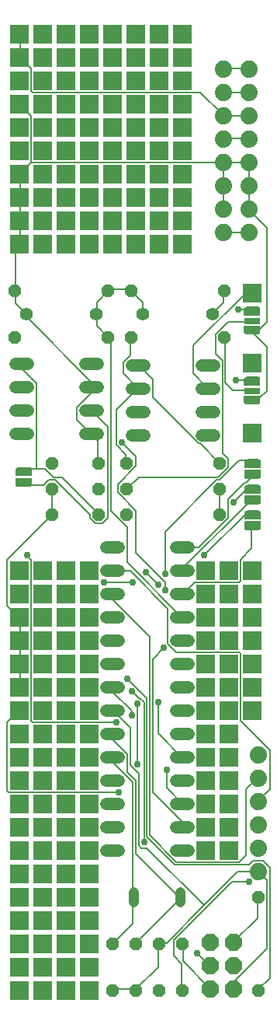
<source format=gtl>
G04 EAGLE Gerber RS-274X export*
G75*
%MOMM*%
%FSLAX34Y34*%
%LPD*%
%INTop Copper*%
%IPPOS*%
%AMOC8*
5,1,8,0,0,1.08239X$1,22.5*%
G01*
%ADD10R,2.032000X2.032000*%
%ADD11C,1.320800*%
%ADD12P,1.429621X8X292.500000*%
%ADD13P,1.429621X8X112.500000*%
%ADD14P,2.034460X8X292.500000*%
%ADD15C,1.117600*%
%ADD16C,1.879600*%
%ADD17P,1.429621X8X202.500000*%
%ADD18P,1.429621X8X22.500000*%
%ADD19C,0.030478*%
%ADD20C,1.408000*%
%ADD21R,1.676400X0.762000*%
%ADD22C,0.152400*%
%ADD23C,0.756400*%

G36*
X285785Y577222D02*
X285785Y577222D01*
X285833Y577221D01*
X286490Y577308D01*
X286533Y577321D01*
X286650Y577351D01*
X287263Y577604D01*
X287300Y577629D01*
X287406Y577687D01*
X287932Y578091D01*
X287962Y578124D01*
X288049Y578208D01*
X288453Y578734D01*
X288474Y578774D01*
X288476Y578777D01*
X288504Y578812D01*
X288514Y578840D01*
X288536Y578877D01*
X288789Y579490D01*
X288799Y579534D01*
X288832Y579650D01*
X288919Y580307D01*
X288917Y580343D01*
X288924Y580390D01*
X288924Y586232D01*
X288913Y586297D01*
X288911Y586363D01*
X288893Y586406D01*
X288885Y586453D01*
X288851Y586510D01*
X288826Y586570D01*
X288795Y586605D01*
X288770Y586646D01*
X288719Y586688D01*
X288675Y586736D01*
X288633Y586758D01*
X288596Y586787D01*
X288534Y586808D01*
X288475Y586839D01*
X288421Y586847D01*
X288384Y586859D01*
X288344Y586858D01*
X288290Y586866D01*
X271780Y586866D01*
X271715Y586855D01*
X271649Y586853D01*
X271606Y586835D01*
X271559Y586827D01*
X271502Y586793D01*
X271442Y586768D01*
X271407Y586737D01*
X271366Y586712D01*
X271325Y586661D01*
X271276Y586617D01*
X271254Y586575D01*
X271225Y586538D01*
X271204Y586476D01*
X271173Y586417D01*
X271165Y586363D01*
X271153Y586326D01*
X271154Y586286D01*
X271146Y586232D01*
X271146Y579120D01*
X271153Y579079D01*
X271154Y579021D01*
X271216Y578628D01*
X271218Y578623D01*
X271218Y578617D01*
X271277Y578440D01*
X271457Y578086D01*
X271461Y578081D01*
X271463Y578076D01*
X271574Y577925D01*
X271855Y577644D01*
X271860Y577641D01*
X271863Y577636D01*
X272016Y577527D01*
X272370Y577347D01*
X272375Y577345D01*
X272380Y577342D01*
X272558Y577286D01*
X272951Y577224D01*
X272992Y577224D01*
X273050Y577216D01*
X285750Y577216D01*
X285785Y577222D01*
G37*
G36*
X285785Y549282D02*
X285785Y549282D01*
X285833Y549281D01*
X286490Y549368D01*
X286533Y549381D01*
X286650Y549411D01*
X287263Y549664D01*
X287300Y549689D01*
X287406Y549747D01*
X287932Y550151D01*
X287962Y550184D01*
X288049Y550268D01*
X288453Y550794D01*
X288474Y550834D01*
X288476Y550837D01*
X288504Y550872D01*
X288514Y550900D01*
X288536Y550937D01*
X288789Y551550D01*
X288799Y551594D01*
X288832Y551710D01*
X288919Y552367D01*
X288917Y552403D01*
X288924Y552450D01*
X288924Y558292D01*
X288913Y558357D01*
X288911Y558423D01*
X288893Y558466D01*
X288885Y558513D01*
X288851Y558570D01*
X288826Y558630D01*
X288795Y558665D01*
X288770Y558706D01*
X288719Y558748D01*
X288675Y558796D01*
X288633Y558818D01*
X288596Y558847D01*
X288534Y558868D01*
X288475Y558899D01*
X288421Y558907D01*
X288384Y558919D01*
X288344Y558918D01*
X288290Y558926D01*
X271780Y558926D01*
X271715Y558915D01*
X271649Y558913D01*
X271606Y558895D01*
X271559Y558887D01*
X271502Y558853D01*
X271442Y558828D01*
X271407Y558797D01*
X271366Y558772D01*
X271325Y558721D01*
X271276Y558677D01*
X271254Y558635D01*
X271225Y558598D01*
X271204Y558536D01*
X271173Y558477D01*
X271165Y558423D01*
X271153Y558386D01*
X271154Y558346D01*
X271146Y558292D01*
X271146Y551180D01*
X271153Y551139D01*
X271154Y551081D01*
X271216Y550688D01*
X271218Y550683D01*
X271218Y550677D01*
X271277Y550500D01*
X271457Y550146D01*
X271461Y550141D01*
X271463Y550136D01*
X271574Y549985D01*
X271855Y549704D01*
X271860Y549701D01*
X271863Y549696D01*
X272016Y549587D01*
X272370Y549407D01*
X272375Y549405D01*
X272380Y549402D01*
X272558Y549346D01*
X272951Y549284D01*
X272992Y549284D01*
X273050Y549276D01*
X285750Y549276D01*
X285785Y549282D01*
G37*
G36*
X285785Y521342D02*
X285785Y521342D01*
X285833Y521341D01*
X286490Y521428D01*
X286533Y521441D01*
X286650Y521471D01*
X287263Y521724D01*
X287300Y521749D01*
X287406Y521807D01*
X287932Y522211D01*
X287962Y522244D01*
X288049Y522328D01*
X288453Y522854D01*
X288474Y522894D01*
X288476Y522897D01*
X288504Y522932D01*
X288514Y522960D01*
X288536Y522997D01*
X288789Y523610D01*
X288799Y523654D01*
X288832Y523770D01*
X288919Y524427D01*
X288917Y524463D01*
X288924Y524510D01*
X288924Y530352D01*
X288913Y530417D01*
X288911Y530483D01*
X288893Y530526D01*
X288885Y530573D01*
X288851Y530630D01*
X288826Y530690D01*
X288795Y530725D01*
X288770Y530766D01*
X288719Y530808D01*
X288675Y530856D01*
X288633Y530878D01*
X288596Y530907D01*
X288534Y530928D01*
X288475Y530959D01*
X288421Y530967D01*
X288384Y530979D01*
X288344Y530978D01*
X288290Y530986D01*
X271780Y530986D01*
X271715Y530975D01*
X271649Y530973D01*
X271606Y530955D01*
X271559Y530947D01*
X271502Y530913D01*
X271442Y530888D01*
X271407Y530857D01*
X271366Y530832D01*
X271325Y530781D01*
X271276Y530737D01*
X271254Y530695D01*
X271225Y530658D01*
X271204Y530596D01*
X271173Y530537D01*
X271165Y530483D01*
X271153Y530446D01*
X271154Y530406D01*
X271146Y530352D01*
X271146Y523240D01*
X271153Y523199D01*
X271154Y523141D01*
X271216Y522748D01*
X271218Y522743D01*
X271218Y522737D01*
X271277Y522560D01*
X271457Y522206D01*
X271461Y522201D01*
X271463Y522196D01*
X271574Y522045D01*
X271855Y521764D01*
X271860Y521761D01*
X271863Y521756D01*
X272016Y521647D01*
X272370Y521467D01*
X272375Y521465D01*
X272380Y521462D01*
X272558Y521406D01*
X272951Y521344D01*
X272992Y521344D01*
X273050Y521336D01*
X285750Y521336D01*
X285785Y521342D01*
G37*
G36*
X287593Y755027D02*
X287593Y755027D01*
X287659Y755029D01*
X287702Y755047D01*
X287749Y755055D01*
X287806Y755089D01*
X287866Y755114D01*
X287901Y755145D01*
X287942Y755170D01*
X287984Y755221D01*
X288032Y755265D01*
X288054Y755307D01*
X288083Y755344D01*
X288104Y755406D01*
X288135Y755465D01*
X288143Y755519D01*
X288155Y755556D01*
X288154Y755596D01*
X288162Y755650D01*
X288162Y762762D01*
X288155Y762803D01*
X288154Y762861D01*
X288092Y763254D01*
X288090Y763259D01*
X288090Y763265D01*
X288031Y763442D01*
X287851Y763796D01*
X287847Y763801D01*
X287845Y763806D01*
X287734Y763957D01*
X287453Y764238D01*
X287448Y764241D01*
X287445Y764246D01*
X287292Y764355D01*
X286938Y764535D01*
X286933Y764537D01*
X286928Y764540D01*
X286750Y764596D01*
X286357Y764658D01*
X286316Y764658D01*
X286258Y764666D01*
X273558Y764666D01*
X273523Y764660D01*
X273475Y764661D01*
X272818Y764574D01*
X272775Y764561D01*
X272658Y764531D01*
X272045Y764278D01*
X272008Y764254D01*
X271902Y764195D01*
X271376Y763791D01*
X271346Y763758D01*
X271331Y763744D01*
X271327Y763741D01*
X271322Y763736D01*
X271259Y763674D01*
X270855Y763148D01*
X270834Y763108D01*
X270772Y763005D01*
X270519Y762392D01*
X270509Y762348D01*
X270476Y762232D01*
X270389Y761575D01*
X270391Y761540D01*
X270384Y761492D01*
X270384Y755650D01*
X270395Y755585D01*
X270397Y755519D01*
X270415Y755476D01*
X270423Y755429D01*
X270457Y755372D01*
X270482Y755312D01*
X270513Y755277D01*
X270538Y755236D01*
X270589Y755195D01*
X270633Y755146D01*
X270675Y755124D01*
X270712Y755095D01*
X270774Y755074D01*
X270833Y755043D01*
X270887Y755035D01*
X270924Y755023D01*
X270964Y755024D01*
X271018Y755016D01*
X287528Y755016D01*
X287593Y755027D01*
G37*
G36*
X287593Y678827D02*
X287593Y678827D01*
X287659Y678829D01*
X287702Y678847D01*
X287749Y678855D01*
X287806Y678889D01*
X287866Y678914D01*
X287901Y678945D01*
X287942Y678970D01*
X287984Y679021D01*
X288032Y679065D01*
X288054Y679107D01*
X288083Y679144D01*
X288104Y679206D01*
X288135Y679265D01*
X288143Y679319D01*
X288155Y679356D01*
X288154Y679396D01*
X288162Y679450D01*
X288162Y686562D01*
X288155Y686603D01*
X288154Y686661D01*
X288092Y687054D01*
X288090Y687059D01*
X288090Y687065D01*
X288031Y687242D01*
X287851Y687596D01*
X287847Y687601D01*
X287845Y687606D01*
X287734Y687757D01*
X287453Y688038D01*
X287448Y688041D01*
X287445Y688046D01*
X287292Y688155D01*
X286938Y688335D01*
X286933Y688337D01*
X286928Y688340D01*
X286750Y688396D01*
X286357Y688458D01*
X286316Y688458D01*
X286258Y688466D01*
X273558Y688466D01*
X273523Y688460D01*
X273475Y688461D01*
X272818Y688374D01*
X272775Y688361D01*
X272658Y688331D01*
X272045Y688078D01*
X272008Y688054D01*
X271902Y687995D01*
X271376Y687591D01*
X271346Y687558D01*
X271331Y687544D01*
X271327Y687541D01*
X271322Y687536D01*
X271259Y687474D01*
X270855Y686948D01*
X270834Y686908D01*
X270772Y686805D01*
X270519Y686192D01*
X270509Y686148D01*
X270476Y686032D01*
X270389Y685375D01*
X270391Y685340D01*
X270384Y685292D01*
X270384Y679450D01*
X270395Y679385D01*
X270397Y679319D01*
X270415Y679276D01*
X270423Y679229D01*
X270457Y679172D01*
X270482Y679112D01*
X270513Y679077D01*
X270538Y679036D01*
X270589Y678995D01*
X270633Y678946D01*
X270675Y678924D01*
X270712Y678895D01*
X270774Y678874D01*
X270833Y678843D01*
X270887Y678835D01*
X270924Y678823D01*
X270964Y678824D01*
X271018Y678816D01*
X287528Y678816D01*
X287593Y678827D01*
G37*
G36*
X38165Y580275D02*
X38165Y580275D01*
X38231Y580277D01*
X38274Y580295D01*
X38321Y580303D01*
X38378Y580337D01*
X38438Y580362D01*
X38473Y580393D01*
X38514Y580418D01*
X38556Y580469D01*
X38604Y580513D01*
X38626Y580555D01*
X38655Y580592D01*
X38676Y580654D01*
X38707Y580713D01*
X38715Y580767D01*
X38727Y580804D01*
X38726Y580844D01*
X38734Y580898D01*
X38734Y588010D01*
X38727Y588051D01*
X38726Y588109D01*
X38664Y588502D01*
X38662Y588507D01*
X38662Y588513D01*
X38603Y588690D01*
X38423Y589044D01*
X38419Y589049D01*
X38417Y589054D01*
X38306Y589205D01*
X38025Y589486D01*
X38020Y589489D01*
X38017Y589494D01*
X37864Y589603D01*
X37510Y589783D01*
X37505Y589785D01*
X37500Y589788D01*
X37322Y589844D01*
X36929Y589906D01*
X36888Y589906D01*
X36830Y589914D01*
X24130Y589914D01*
X24095Y589908D01*
X24047Y589909D01*
X23390Y589822D01*
X23347Y589809D01*
X23230Y589779D01*
X22617Y589526D01*
X22580Y589502D01*
X22474Y589443D01*
X21948Y589039D01*
X21918Y589006D01*
X21903Y588992D01*
X21899Y588989D01*
X21894Y588984D01*
X21831Y588922D01*
X21427Y588396D01*
X21406Y588356D01*
X21344Y588253D01*
X21091Y587640D01*
X21081Y587596D01*
X21048Y587480D01*
X20961Y586823D01*
X20963Y586788D01*
X20956Y586740D01*
X20956Y580898D01*
X20967Y580833D01*
X20969Y580767D01*
X20987Y580724D01*
X20995Y580677D01*
X21029Y580620D01*
X21054Y580560D01*
X21085Y580525D01*
X21110Y580484D01*
X21161Y580443D01*
X21205Y580394D01*
X21247Y580372D01*
X21284Y580343D01*
X21346Y580322D01*
X21405Y580291D01*
X21459Y580283D01*
X21496Y580271D01*
X21536Y580272D01*
X21590Y580264D01*
X38100Y580264D01*
X38165Y580275D01*
G37*
G36*
X285023Y734194D02*
X285023Y734194D01*
X285071Y734193D01*
X285728Y734280D01*
X285771Y734293D01*
X285888Y734323D01*
X286501Y734576D01*
X286538Y734601D01*
X286644Y734659D01*
X287170Y735063D01*
X287200Y735096D01*
X287287Y735180D01*
X287691Y735706D01*
X287712Y735746D01*
X287714Y735749D01*
X287742Y735784D01*
X287751Y735812D01*
X287774Y735849D01*
X288027Y736462D01*
X288037Y736506D01*
X288070Y736622D01*
X288157Y737279D01*
X288155Y737315D01*
X288162Y737362D01*
X288162Y743204D01*
X288151Y743269D01*
X288149Y743335D01*
X288131Y743378D01*
X288123Y743425D01*
X288089Y743482D01*
X288064Y743542D01*
X288033Y743577D01*
X288008Y743618D01*
X287957Y743660D01*
X287913Y743708D01*
X287871Y743730D01*
X287834Y743759D01*
X287772Y743780D01*
X287713Y743811D01*
X287659Y743819D01*
X287622Y743831D01*
X287582Y743830D01*
X287528Y743838D01*
X271018Y743838D01*
X270953Y743827D01*
X270887Y743825D01*
X270844Y743807D01*
X270797Y743799D01*
X270740Y743765D01*
X270680Y743740D01*
X270645Y743709D01*
X270604Y743684D01*
X270563Y743633D01*
X270514Y743589D01*
X270492Y743547D01*
X270463Y743510D01*
X270442Y743448D01*
X270411Y743389D01*
X270403Y743335D01*
X270391Y743298D01*
X270392Y743258D01*
X270384Y743204D01*
X270384Y737362D01*
X270390Y737327D01*
X270389Y737279D01*
X270476Y736622D01*
X270481Y736606D01*
X270481Y736594D01*
X270493Y736566D01*
X270519Y736462D01*
X270772Y735849D01*
X270797Y735812D01*
X270805Y735796D01*
X270823Y735752D01*
X270840Y735734D01*
X270855Y735706D01*
X271259Y735180D01*
X271292Y735150D01*
X271376Y735063D01*
X271520Y734952D01*
X271902Y734659D01*
X271942Y734638D01*
X272045Y734576D01*
X272658Y734323D01*
X272702Y734313D01*
X272818Y734280D01*
X273475Y734193D01*
X273511Y734195D01*
X273558Y734188D01*
X284988Y734188D01*
X285023Y734194D01*
G37*
G36*
X285023Y657994D02*
X285023Y657994D01*
X285071Y657993D01*
X285728Y658080D01*
X285771Y658093D01*
X285888Y658123D01*
X286501Y658376D01*
X286538Y658401D01*
X286644Y658459D01*
X287170Y658863D01*
X287200Y658896D01*
X287287Y658980D01*
X287691Y659506D01*
X287712Y659546D01*
X287714Y659549D01*
X287742Y659584D01*
X287751Y659612D01*
X287774Y659649D01*
X288027Y660262D01*
X288037Y660306D01*
X288070Y660422D01*
X288157Y661079D01*
X288155Y661115D01*
X288162Y661162D01*
X288162Y667004D01*
X288151Y667069D01*
X288149Y667135D01*
X288131Y667178D01*
X288123Y667225D01*
X288089Y667282D01*
X288064Y667342D01*
X288033Y667377D01*
X288008Y667418D01*
X287957Y667460D01*
X287913Y667508D01*
X287871Y667530D01*
X287834Y667559D01*
X287772Y667580D01*
X287713Y667611D01*
X287659Y667619D01*
X287622Y667631D01*
X287582Y667630D01*
X287528Y667638D01*
X271018Y667638D01*
X270953Y667627D01*
X270887Y667625D01*
X270844Y667607D01*
X270797Y667599D01*
X270740Y667565D01*
X270680Y667540D01*
X270645Y667509D01*
X270604Y667484D01*
X270563Y667433D01*
X270514Y667389D01*
X270492Y667347D01*
X270463Y667310D01*
X270442Y667248D01*
X270411Y667189D01*
X270403Y667135D01*
X270391Y667098D01*
X270392Y667058D01*
X270384Y667004D01*
X270384Y661162D01*
X270390Y661127D01*
X270389Y661079D01*
X270476Y660422D01*
X270481Y660406D01*
X270481Y660394D01*
X270493Y660366D01*
X270519Y660262D01*
X270772Y659649D01*
X270797Y659612D01*
X270805Y659596D01*
X270823Y659552D01*
X270840Y659534D01*
X270855Y659506D01*
X271259Y658980D01*
X271292Y658950D01*
X271376Y658863D01*
X271520Y658752D01*
X271902Y658459D01*
X271942Y658438D01*
X272045Y658376D01*
X272658Y658123D01*
X272702Y658113D01*
X272818Y658080D01*
X273475Y657993D01*
X273511Y657995D01*
X273558Y657988D01*
X284988Y657988D01*
X285023Y657994D01*
G37*
G36*
X35595Y568332D02*
X35595Y568332D01*
X35643Y568331D01*
X36300Y568418D01*
X36343Y568431D01*
X36460Y568461D01*
X37073Y568714D01*
X37110Y568739D01*
X37216Y568797D01*
X37742Y569201D01*
X37772Y569234D01*
X37859Y569318D01*
X38263Y569844D01*
X38284Y569884D01*
X38286Y569887D01*
X38314Y569922D01*
X38323Y569950D01*
X38346Y569987D01*
X38599Y570600D01*
X38609Y570644D01*
X38642Y570760D01*
X38729Y571417D01*
X38727Y571453D01*
X38734Y571500D01*
X38734Y577342D01*
X38723Y577407D01*
X38721Y577473D01*
X38703Y577516D01*
X38695Y577563D01*
X38661Y577620D01*
X38636Y577680D01*
X38605Y577715D01*
X38580Y577756D01*
X38529Y577798D01*
X38485Y577846D01*
X38443Y577868D01*
X38406Y577897D01*
X38344Y577918D01*
X38285Y577949D01*
X38231Y577957D01*
X38194Y577969D01*
X38154Y577968D01*
X38100Y577976D01*
X21590Y577976D01*
X21525Y577965D01*
X21459Y577963D01*
X21416Y577945D01*
X21369Y577937D01*
X21312Y577903D01*
X21252Y577878D01*
X21217Y577847D01*
X21176Y577822D01*
X21135Y577771D01*
X21086Y577727D01*
X21064Y577685D01*
X21035Y577648D01*
X21014Y577586D01*
X20983Y577527D01*
X20975Y577473D01*
X20963Y577436D01*
X20964Y577396D01*
X20956Y577342D01*
X20956Y571500D01*
X20962Y571465D01*
X20961Y571417D01*
X21048Y570760D01*
X21053Y570744D01*
X21053Y570732D01*
X21065Y570704D01*
X21091Y570600D01*
X21344Y569987D01*
X21369Y569950D01*
X21377Y569934D01*
X21395Y569890D01*
X21412Y569872D01*
X21427Y569844D01*
X21831Y569318D01*
X21864Y569288D01*
X21948Y569201D01*
X22092Y569090D01*
X22474Y568797D01*
X22514Y568776D01*
X22617Y568714D01*
X23230Y568461D01*
X23274Y568451D01*
X23390Y568418D01*
X24047Y568331D01*
X24083Y568333D01*
X24130Y568326D01*
X35560Y568326D01*
X35595Y568332D01*
G37*
G36*
X288355Y589165D02*
X288355Y589165D01*
X288421Y589167D01*
X288464Y589185D01*
X288511Y589193D01*
X288568Y589227D01*
X288628Y589252D01*
X288663Y589283D01*
X288704Y589308D01*
X288746Y589359D01*
X288794Y589403D01*
X288816Y589445D01*
X288845Y589482D01*
X288866Y589544D01*
X288897Y589603D01*
X288905Y589657D01*
X288917Y589694D01*
X288916Y589734D01*
X288924Y589788D01*
X288924Y595630D01*
X288918Y595665D01*
X288919Y595713D01*
X288832Y596370D01*
X288819Y596413D01*
X288789Y596530D01*
X288536Y597143D01*
X288512Y597180D01*
X288453Y597286D01*
X288049Y597812D01*
X288016Y597842D01*
X287932Y597929D01*
X287406Y598333D01*
X287366Y598354D01*
X287263Y598416D01*
X286650Y598669D01*
X286606Y598679D01*
X286490Y598712D01*
X285833Y598799D01*
X285798Y598797D01*
X285750Y598804D01*
X274320Y598804D01*
X274285Y598798D01*
X274237Y598799D01*
X273580Y598712D01*
X273537Y598699D01*
X273420Y598669D01*
X272807Y598416D01*
X272770Y598392D01*
X272664Y598333D01*
X272138Y597929D01*
X272108Y597896D01*
X272093Y597881D01*
X272089Y597879D01*
X272084Y597874D01*
X272021Y597812D01*
X271617Y597286D01*
X271596Y597246D01*
X271534Y597143D01*
X271281Y596530D01*
X271271Y596486D01*
X271238Y596370D01*
X271151Y595713D01*
X271153Y595678D01*
X271146Y595630D01*
X271146Y589788D01*
X271157Y589723D01*
X271159Y589657D01*
X271177Y589614D01*
X271185Y589567D01*
X271219Y589510D01*
X271244Y589450D01*
X271275Y589415D01*
X271300Y589374D01*
X271351Y589333D01*
X271395Y589284D01*
X271437Y589262D01*
X271474Y589233D01*
X271536Y589212D01*
X271595Y589181D01*
X271649Y589173D01*
X271686Y589161D01*
X271726Y589162D01*
X271780Y589154D01*
X288290Y589154D01*
X288355Y589165D01*
G37*
G36*
X288355Y561225D02*
X288355Y561225D01*
X288421Y561227D01*
X288464Y561245D01*
X288511Y561253D01*
X288568Y561287D01*
X288628Y561312D01*
X288663Y561343D01*
X288704Y561368D01*
X288746Y561419D01*
X288794Y561463D01*
X288816Y561505D01*
X288845Y561542D01*
X288866Y561604D01*
X288897Y561663D01*
X288905Y561717D01*
X288917Y561754D01*
X288916Y561794D01*
X288924Y561848D01*
X288924Y567690D01*
X288918Y567725D01*
X288919Y567773D01*
X288832Y568430D01*
X288819Y568473D01*
X288789Y568590D01*
X288536Y569203D01*
X288512Y569240D01*
X288453Y569346D01*
X288049Y569872D01*
X288016Y569902D01*
X287932Y569989D01*
X287406Y570393D01*
X287366Y570414D01*
X287263Y570476D01*
X286650Y570729D01*
X286606Y570739D01*
X286490Y570772D01*
X285833Y570859D01*
X285798Y570857D01*
X285750Y570864D01*
X274320Y570864D01*
X274285Y570858D01*
X274237Y570859D01*
X273580Y570772D01*
X273537Y570759D01*
X273420Y570729D01*
X272807Y570476D01*
X272770Y570452D01*
X272664Y570393D01*
X272138Y569989D01*
X272108Y569956D01*
X272093Y569941D01*
X272089Y569939D01*
X272084Y569934D01*
X272021Y569872D01*
X271617Y569346D01*
X271596Y569306D01*
X271534Y569203D01*
X271281Y568590D01*
X271271Y568546D01*
X271238Y568430D01*
X271151Y567773D01*
X271153Y567738D01*
X271146Y567690D01*
X271146Y561848D01*
X271157Y561783D01*
X271159Y561717D01*
X271177Y561674D01*
X271185Y561627D01*
X271219Y561570D01*
X271244Y561510D01*
X271275Y561475D01*
X271300Y561434D01*
X271351Y561393D01*
X271395Y561344D01*
X271437Y561322D01*
X271474Y561293D01*
X271536Y561272D01*
X271595Y561241D01*
X271649Y561233D01*
X271686Y561221D01*
X271726Y561222D01*
X271780Y561214D01*
X288290Y561214D01*
X288355Y561225D01*
G37*
G36*
X288355Y533285D02*
X288355Y533285D01*
X288421Y533287D01*
X288464Y533305D01*
X288511Y533313D01*
X288568Y533347D01*
X288628Y533372D01*
X288663Y533403D01*
X288704Y533428D01*
X288746Y533479D01*
X288794Y533523D01*
X288816Y533565D01*
X288845Y533602D01*
X288866Y533664D01*
X288897Y533723D01*
X288905Y533777D01*
X288917Y533814D01*
X288916Y533854D01*
X288924Y533908D01*
X288924Y539750D01*
X288918Y539785D01*
X288919Y539833D01*
X288832Y540490D01*
X288819Y540533D01*
X288789Y540650D01*
X288536Y541263D01*
X288512Y541300D01*
X288453Y541406D01*
X288049Y541932D01*
X288016Y541962D01*
X287932Y542049D01*
X287406Y542453D01*
X287366Y542474D01*
X287263Y542536D01*
X286650Y542789D01*
X286606Y542799D01*
X286490Y542832D01*
X285833Y542919D01*
X285798Y542917D01*
X285750Y542924D01*
X274320Y542924D01*
X274285Y542918D01*
X274237Y542919D01*
X273580Y542832D01*
X273537Y542819D01*
X273420Y542789D01*
X272807Y542536D01*
X272770Y542512D01*
X272664Y542453D01*
X272138Y542049D01*
X272108Y542016D01*
X272093Y542001D01*
X272089Y541999D01*
X272084Y541994D01*
X272021Y541932D01*
X271617Y541406D01*
X271596Y541366D01*
X271534Y541263D01*
X271281Y540650D01*
X271271Y540606D01*
X271238Y540490D01*
X271151Y539833D01*
X271153Y539798D01*
X271146Y539750D01*
X271146Y533908D01*
X271157Y533843D01*
X271159Y533777D01*
X271177Y533734D01*
X271185Y533687D01*
X271219Y533630D01*
X271244Y533570D01*
X271275Y533535D01*
X271300Y533494D01*
X271351Y533453D01*
X271395Y533404D01*
X271437Y533382D01*
X271474Y533353D01*
X271536Y533332D01*
X271595Y533301D01*
X271649Y533293D01*
X271686Y533281D01*
X271726Y533282D01*
X271780Y533274D01*
X288290Y533274D01*
X288355Y533285D01*
G37*
D10*
X25400Y350520D03*
X25400Y325120D03*
X25400Y299720D03*
X25400Y274320D03*
X25400Y248920D03*
X25400Y223520D03*
X25400Y198120D03*
X25400Y172720D03*
X25400Y147320D03*
X25400Y121920D03*
X25400Y96520D03*
X25400Y71120D03*
X25400Y45720D03*
X25400Y20320D03*
X25400Y909320D03*
X25400Y426720D03*
X25400Y883920D03*
X25400Y858520D03*
X25400Y833120D03*
X25400Y401320D03*
X25400Y375920D03*
D11*
X120396Y502920D02*
X133604Y502920D01*
X133604Y477520D02*
X120396Y477520D01*
X120396Y452120D02*
X133604Y452120D01*
X133604Y426720D02*
X120396Y426720D01*
X120396Y401320D02*
X133604Y401320D01*
X133604Y375920D02*
X120396Y375920D01*
X120396Y350520D02*
X133604Y350520D01*
X133604Y325120D02*
X120396Y325120D01*
X120396Y299720D02*
X133604Y299720D01*
X133604Y274320D02*
X120396Y274320D01*
X120396Y248920D02*
X133604Y248920D01*
X133604Y223520D02*
X120396Y223520D01*
X120396Y198120D02*
X133604Y198120D01*
X133604Y172720D02*
X120396Y172720D01*
X196596Y172720D02*
X209804Y172720D01*
X209804Y198120D02*
X196596Y198120D01*
X196596Y223520D02*
X209804Y223520D01*
X209804Y248920D02*
X196596Y248920D01*
X196596Y274320D02*
X209804Y274320D01*
X209804Y299720D02*
X196596Y299720D01*
X196596Y325120D02*
X209804Y325120D01*
X209804Y350520D02*
X196596Y350520D01*
X196596Y375920D02*
X209804Y375920D01*
X209804Y401320D02*
X196596Y401320D01*
X196596Y426720D02*
X209804Y426720D01*
X209804Y452120D02*
X196596Y452120D01*
X196596Y477520D02*
X209804Y477520D01*
X209804Y502920D02*
X196596Y502920D01*
D12*
X285750Y121920D03*
X285750Y20320D03*
D13*
X203200Y20320D03*
X203200Y71120D03*
D14*
X233680Y72390D03*
X259080Y72390D03*
X233680Y46990D03*
X259080Y46990D03*
X233680Y21590D03*
X259080Y21590D03*
D13*
X177800Y20320D03*
X177800Y71120D03*
D15*
X200660Y116332D02*
X200660Y127508D01*
X149860Y127508D02*
X149860Y116332D01*
D12*
X127000Y71120D03*
X127000Y20320D03*
X152400Y71120D03*
X152400Y20320D03*
D16*
X285750Y276860D03*
X285750Y251460D03*
X285750Y226060D03*
X285750Y200660D03*
X285750Y175260D03*
X285750Y149860D03*
D11*
X34544Y702310D02*
X21336Y702310D01*
X21336Y676910D02*
X34544Y676910D01*
X97536Y676910D02*
X110744Y676910D01*
X110744Y702310D02*
X97536Y702310D01*
X34544Y651510D02*
X21336Y651510D01*
X21336Y626110D02*
X34544Y626110D01*
X97536Y651510D02*
X110744Y651510D01*
X110744Y626110D02*
X97536Y626110D01*
D17*
X111760Y538480D03*
X60960Y538480D03*
D11*
X148336Y701040D02*
X161544Y701040D01*
X161544Y675640D02*
X148336Y675640D01*
X224536Y675640D02*
X237744Y675640D01*
X237744Y701040D02*
X224536Y701040D01*
X161544Y650240D02*
X148336Y650240D01*
X148336Y624840D02*
X161544Y624840D01*
X224536Y650240D02*
X237744Y650240D01*
X237744Y624840D02*
X224536Y624840D01*
D17*
X111760Y566420D03*
X60960Y566420D03*
D18*
X142240Y594360D03*
X243840Y594360D03*
X147320Y731520D03*
X248920Y731520D03*
X142240Y566420D03*
X243840Y566420D03*
D16*
X275590Y845820D03*
X247650Y845820D03*
X275590Y871220D03*
X247650Y871220D03*
X275590Y896620D03*
X247650Y896620D03*
X275590Y922020D03*
X247650Y922020D03*
X275590Y947420D03*
X247650Y947420D03*
X275590Y972820D03*
X247650Y972820D03*
X275590Y998220D03*
X247650Y998220D03*
X275590Y1023620D03*
X247650Y1023620D03*
D10*
X279400Y703580D03*
X279400Y779780D03*
X25400Y1061720D03*
X25400Y1036320D03*
D19*
X278028Y597510D02*
X280772Y597510D01*
X280772Y596290D01*
X278028Y596290D01*
X278028Y597510D01*
X278028Y596580D02*
X280772Y596580D01*
X280772Y596870D02*
X278028Y596870D01*
X278028Y597160D02*
X280772Y597160D01*
X280772Y597450D02*
X278028Y597450D01*
X278028Y578510D02*
X280772Y578510D01*
X278028Y578510D02*
X278028Y579730D01*
X280772Y579730D01*
X280772Y578510D01*
X280772Y578800D02*
X278028Y578800D01*
X278028Y579090D02*
X280772Y579090D01*
X280772Y579380D02*
X278028Y579380D01*
X278028Y579670D02*
X280772Y579670D01*
X280772Y569570D02*
X278028Y569570D01*
X280772Y569570D02*
X280772Y568350D01*
X278028Y568350D01*
X278028Y569570D01*
X278028Y568640D02*
X280772Y568640D01*
X280772Y568930D02*
X278028Y568930D01*
X278028Y569220D02*
X280772Y569220D01*
X280772Y569510D02*
X278028Y569510D01*
X278028Y550570D02*
X280772Y550570D01*
X278028Y550570D02*
X278028Y551790D01*
X280772Y551790D01*
X280772Y550570D01*
X280772Y550860D02*
X278028Y550860D01*
X278028Y551150D02*
X280772Y551150D01*
X280772Y551440D02*
X278028Y551440D01*
X278028Y551730D02*
X280772Y551730D01*
X280772Y541630D02*
X278028Y541630D01*
X280772Y541630D02*
X280772Y540410D01*
X278028Y540410D01*
X278028Y541630D01*
X278028Y540700D02*
X280772Y540700D01*
X280772Y540990D02*
X278028Y540990D01*
X278028Y541280D02*
X280772Y541280D01*
X280772Y541570D02*
X278028Y541570D01*
X278028Y522630D02*
X280772Y522630D01*
X278028Y522630D02*
X278028Y523850D01*
X280772Y523850D01*
X280772Y522630D01*
X280772Y522920D02*
X278028Y522920D01*
X278028Y523210D02*
X280772Y523210D01*
X280772Y523500D02*
X278028Y523500D01*
X278028Y523790D02*
X280772Y523790D01*
X31852Y569620D02*
X29108Y569620D01*
X29108Y570840D01*
X31852Y570840D01*
X31852Y569620D01*
X31852Y569910D02*
X29108Y569910D01*
X29108Y570200D02*
X31852Y570200D01*
X31852Y570490D02*
X29108Y570490D01*
X29108Y570780D02*
X31852Y570780D01*
X31852Y588620D02*
X29108Y588620D01*
X31852Y588620D02*
X31852Y587400D01*
X29108Y587400D01*
X29108Y588620D01*
X29108Y587690D02*
X31852Y587690D01*
X31852Y587980D02*
X29108Y587980D01*
X29108Y588270D02*
X31852Y588270D01*
X31852Y588560D02*
X29108Y588560D01*
D18*
X60960Y594360D03*
X111760Y594360D03*
X20320Y731520D03*
X121920Y731520D03*
X20320Y782320D03*
X121920Y782320D03*
X147320Y782320D03*
X248920Y782320D03*
D20*
X33020Y756920D03*
X109220Y756920D03*
X160020Y756920D03*
X236220Y756920D03*
D18*
X142240Y538480D03*
X243840Y538480D03*
D19*
X278536Y659282D02*
X281280Y659282D01*
X278536Y659282D02*
X278536Y660502D01*
X281280Y660502D01*
X281280Y659282D01*
X281280Y659572D02*
X278536Y659572D01*
X278536Y659862D02*
X281280Y659862D01*
X281280Y660152D02*
X278536Y660152D01*
X278536Y660442D02*
X281280Y660442D01*
X281280Y687172D02*
X278536Y687172D01*
X281280Y687172D02*
X281280Y685952D01*
X278536Y685952D01*
X278536Y687172D01*
X278536Y686242D02*
X281280Y686242D01*
X281280Y686532D02*
X278536Y686532D01*
X278536Y686822D02*
X281280Y686822D01*
X281280Y687112D02*
X278536Y687112D01*
D21*
X279400Y673100D03*
D19*
X278536Y735482D02*
X281280Y735482D01*
X278536Y735482D02*
X278536Y736702D01*
X281280Y736702D01*
X281280Y735482D01*
X281280Y735772D02*
X278536Y735772D01*
X278536Y736062D02*
X281280Y736062D01*
X281280Y736352D02*
X278536Y736352D01*
X278536Y736642D02*
X281280Y736642D01*
X281280Y763372D02*
X278536Y763372D01*
X281280Y763372D02*
X281280Y762152D01*
X278536Y762152D01*
X278536Y763372D01*
X278536Y762442D02*
X281280Y762442D01*
X281280Y762732D02*
X278536Y762732D01*
X278536Y763022D02*
X281280Y763022D01*
X281280Y763312D02*
X278536Y763312D01*
D21*
X279400Y749300D03*
D22*
X128016Y350520D02*
X128016Y344424D01*
X147828Y324612D01*
X147828Y320040D01*
X128016Y350520D02*
X127000Y350520D01*
X284988Y121920D02*
X284988Y99060D01*
X259080Y73152D01*
X284988Y121920D02*
X285750Y121920D01*
X259080Y73152D02*
X259080Y72390D01*
X53340Y588264D02*
X44196Y588264D01*
X30480Y588264D01*
X53340Y588264D02*
X62484Y579120D01*
X71628Y579120D01*
X111252Y539496D01*
X30480Y588010D02*
X30480Y588264D01*
X111252Y539496D02*
X111760Y538480D01*
X28956Y696468D02*
X28956Y701040D01*
X28956Y696468D02*
X44196Y681228D01*
X44196Y588264D01*
X28956Y701040D02*
X27940Y702310D01*
X25908Y1036320D02*
X25908Y1060704D01*
X25400Y1061720D01*
X248412Y781812D02*
X248412Y769620D01*
X236220Y757428D01*
X248412Y781812D02*
X248920Y782320D01*
X236220Y757428D02*
X236220Y756920D01*
X248412Y972312D02*
X274320Y972312D01*
X248412Y972312D02*
X247650Y972820D01*
X274320Y972312D02*
X275590Y972820D01*
X38100Y1024128D02*
X25908Y1036320D01*
X38100Y1024128D02*
X38100Y999744D01*
X39624Y998220D01*
X222504Y998220D01*
X246888Y973836D01*
X25908Y1036320D02*
X25400Y1036320D01*
X246888Y973836D02*
X247650Y972820D01*
D23*
X147828Y320040D03*
D22*
X279908Y762000D02*
X279908Y762762D01*
X279908Y762000D02*
X264160Y762000D01*
D23*
X264160Y762000D03*
D22*
X279908Y686562D02*
X277650Y684304D01*
X261620Y684304D01*
D23*
X261620Y684304D03*
D10*
X25400Y985520D03*
D22*
X128016Y21336D02*
X152400Y21336D01*
X128016Y21336D02*
X127000Y20320D01*
X176784Y45720D02*
X176784Y70104D01*
X176784Y45720D02*
X152400Y21336D01*
X176784Y70104D02*
X177800Y71120D01*
X152400Y21336D02*
X152400Y20320D01*
X259080Y21590D02*
X259080Y28956D01*
X295656Y65532D01*
X295656Y140208D01*
X286512Y149352D01*
X285750Y149860D01*
X185928Y71628D02*
X178308Y71628D01*
X227076Y112776D02*
X263652Y149352D01*
X227076Y112776D02*
X185928Y71628D01*
X263652Y149352D02*
X284988Y149352D01*
X178308Y71628D02*
X177800Y71120D01*
X284988Y149352D02*
X285750Y149860D01*
X25908Y350520D02*
X25908Y374904D01*
X25908Y350520D02*
X25400Y350520D01*
X25908Y374904D02*
X25400Y375920D01*
X25908Y402336D02*
X25908Y426720D01*
X25908Y402336D02*
X25400Y401320D01*
X25400Y426720D02*
X25908Y426720D01*
X25908Y400812D02*
X25908Y376428D01*
X25400Y375920D01*
X25908Y400812D02*
X25400Y401320D01*
X248412Y871728D02*
X248412Y896112D01*
X248412Y871728D02*
X247650Y871220D01*
X248412Y896112D02*
X247650Y896620D01*
X248412Y897636D02*
X248412Y922020D01*
X248412Y897636D02*
X247650Y896620D01*
X286512Y665988D02*
X280416Y659892D01*
X286512Y665988D02*
X288036Y665988D01*
X295148Y673100D01*
X295148Y721360D01*
X281940Y734568D02*
X280416Y736092D01*
X281940Y734568D02*
X295148Y721360D01*
X280416Y659892D02*
X279908Y659892D01*
X279908Y736092D02*
X280416Y736092D01*
X281940Y734568D02*
X295148Y747776D01*
X295148Y850900D01*
X275844Y870204D01*
X275590Y871220D01*
X275844Y871728D02*
X275844Y896112D01*
X275590Y896620D01*
X275844Y871728D02*
X275590Y871220D01*
X275844Y897636D02*
X275844Y922020D01*
X275590Y922020D01*
X275844Y897636D02*
X275590Y896620D01*
X275590Y922020D02*
X248412Y922020D01*
X247650Y922020D01*
X60960Y566420D02*
X60960Y538480D01*
X111252Y594360D02*
X111252Y618744D01*
X105156Y624840D01*
X111252Y594360D02*
X111760Y594360D01*
X105156Y624840D02*
X104140Y626110D01*
X103632Y670560D02*
X103632Y676656D01*
X103632Y670560D02*
X88392Y655320D01*
X88392Y641604D01*
X103632Y626364D01*
X103632Y676656D02*
X104140Y676910D01*
X103632Y626364D02*
X104140Y626110D01*
X38100Y972312D02*
X25908Y984504D01*
X38100Y972312D02*
X38100Y922020D01*
X25400Y909320D01*
X25908Y984504D02*
X25400Y985520D01*
X25908Y883920D02*
X25908Y859536D01*
X25400Y858520D01*
X21336Y781812D02*
X21336Y768096D01*
X32004Y757428D01*
X21336Y781812D02*
X20320Y782320D01*
X32004Y757428D02*
X33020Y756920D01*
X21336Y783336D02*
X21336Y829056D01*
X25400Y833120D01*
X21336Y783336D02*
X20320Y782320D01*
X25908Y833628D02*
X25908Y858012D01*
X25400Y858520D01*
X25908Y833628D02*
X25400Y833120D01*
X25908Y883920D02*
X25908Y908304D01*
X25400Y909320D01*
X25400Y883920D02*
X25908Y883920D01*
X103632Y682752D02*
X103632Y678180D01*
X103632Y682752D02*
X33528Y752856D01*
X33528Y755904D01*
X103632Y678180D02*
X104140Y676910D01*
X33528Y755904D02*
X33020Y756920D01*
X38100Y922020D02*
X247650Y922020D01*
X12192Y438912D02*
X24384Y426720D01*
X12192Y438912D02*
X12192Y489204D01*
X60960Y537972D01*
X25400Y426720D02*
X24384Y426720D01*
X60960Y537972D02*
X60960Y538480D01*
X164592Y175260D02*
X227076Y112776D01*
X164592Y175260D02*
X158496Y175260D01*
X155448Y178308D01*
X155448Y256032D01*
X146304Y265176D01*
X146304Y306324D01*
X128016Y324612D01*
X127000Y325120D01*
X265176Y597408D02*
X278892Y597408D01*
X265176Y597408D02*
X243840Y576072D01*
X240792Y576072D01*
X184404Y519684D01*
X184404Y473964D01*
X153924Y332232D02*
X153924Y266700D01*
X134112Y236220D02*
X13716Y236220D01*
X12192Y237744D01*
X12192Y312420D01*
X24384Y324612D01*
X279400Y596900D02*
X278892Y597408D01*
X25400Y325120D02*
X24384Y324612D01*
D23*
X184404Y473964D03*
X153924Y332232D03*
X153924Y266700D03*
X134112Y236220D03*
D22*
X275844Y568452D02*
X278892Y568452D01*
X275844Y568452D02*
X259080Y551688D01*
X149352Y464820D02*
X117348Y464820D01*
X278892Y568452D02*
X279400Y568960D01*
D23*
X259080Y551688D03*
X149352Y464820D03*
X117348Y464820D03*
D22*
X274320Y541020D02*
X279400Y541020D01*
X274320Y541020D02*
X227076Y493776D01*
X147828Y345948D02*
X155448Y338328D01*
X156972Y338328D01*
X161544Y333756D01*
X161544Y181356D01*
D23*
X227076Y493776D03*
X147828Y345948D03*
X161544Y181356D03*
D22*
X202692Y48768D02*
X202692Y21336D01*
X202692Y48768D02*
X193548Y57912D01*
X193548Y74676D01*
X257556Y138684D01*
X275844Y138684D01*
X202692Y21336D02*
X203200Y20320D01*
D23*
X275844Y138684D03*
D22*
X219456Y60960D02*
X233172Y47244D01*
X233680Y46990D01*
X176784Y461772D02*
X163068Y475488D01*
X176784Y333756D02*
X176784Y300228D01*
X202692Y274320D01*
X203200Y274320D01*
D23*
X219456Y60960D03*
X163068Y475488D03*
X176784Y461772D03*
X176784Y333756D03*
D22*
X272796Y573024D02*
X278892Y579120D01*
X272796Y573024D02*
X271272Y573024D01*
X252984Y554736D01*
X252984Y534924D01*
X220980Y502920D01*
X203200Y502920D01*
X278892Y579120D02*
X279400Y579120D01*
X278892Y551688D02*
X275844Y551688D01*
X202692Y478536D01*
X278892Y551688D02*
X279400Y551180D01*
X202692Y478536D02*
X203200Y477520D01*
X146304Y783336D02*
X121920Y783336D01*
X121920Y782320D01*
X146304Y783336D02*
X147320Y782320D01*
X109728Y769620D02*
X109728Y757428D01*
X109728Y769620D02*
X121920Y781812D01*
X109728Y757428D02*
X109220Y756920D01*
X121920Y781812D02*
X121920Y782320D01*
X160020Y769620D02*
X160020Y756920D01*
X160020Y769620D02*
X147320Y782320D01*
X143256Y486156D02*
X202692Y426720D01*
X143256Y486156D02*
X143256Y524256D01*
X124968Y542544D01*
X124968Y728472D01*
X121920Y731520D01*
X202692Y426720D02*
X203200Y426720D01*
X109728Y743712D02*
X109728Y755904D01*
X109728Y743712D02*
X121920Y731520D01*
X109728Y755904D02*
X109220Y756920D01*
X128016Y451104D02*
X128016Y445008D01*
X167640Y405384D01*
X167640Y188976D01*
X196596Y160020D01*
X265176Y160020D01*
X272796Y167640D01*
X272796Y239268D01*
X284988Y251460D01*
X128016Y451104D02*
X127000Y452120D01*
X284988Y251460D02*
X285750Y251460D01*
X146304Y477012D02*
X128016Y477012D01*
X146304Y477012D02*
X187452Y435864D01*
X187452Y397764D01*
X196596Y388620D01*
X265176Y388620D01*
X266700Y387096D01*
X266700Y313944D01*
X298704Y281940D01*
X298704Y239268D01*
X286512Y227076D01*
X128016Y477012D02*
X127000Y477520D01*
X286512Y227076D02*
X285750Y226060D01*
X149352Y121920D02*
X149352Y92964D01*
X128016Y71628D01*
X127000Y71120D01*
X128016Y268224D02*
X128016Y274320D01*
X128016Y268224D02*
X149352Y246888D01*
X149352Y121920D01*
X128016Y274320D02*
X127000Y274320D01*
X149352Y121920D02*
X149860Y121920D01*
X199644Y121920D02*
X199644Y118872D01*
X152400Y71628D01*
X152400Y71120D01*
X128016Y292608D02*
X128016Y298704D01*
X128016Y292608D02*
X143256Y277368D01*
X143256Y257556D01*
X152400Y248412D01*
X152400Y169164D01*
X199644Y121920D01*
X128016Y298704D02*
X127000Y299720D01*
X199644Y121920D02*
X200660Y121920D01*
X204216Y70104D02*
X204216Y51816D01*
X233172Y22860D01*
X204216Y70104D02*
X203200Y71120D01*
X233172Y22860D02*
X233680Y21590D01*
X164592Y338328D02*
X143256Y359664D01*
X164592Y338328D02*
X164592Y187452D01*
X195072Y156972D01*
X275844Y156972D01*
X280416Y161544D01*
X291084Y161544D01*
X298704Y153924D01*
X298704Y33528D01*
X286512Y21336D01*
X285750Y20320D01*
D23*
X143256Y359664D03*
D22*
X38100Y489204D02*
X33528Y493776D01*
X38100Y489204D02*
X38100Y313944D01*
X39624Y312420D01*
X131064Y312420D01*
X185928Y260604D02*
X185928Y240792D01*
X203200Y223520D01*
D23*
X33528Y493776D03*
X131064Y312420D03*
X185928Y260604D03*
X137160Y617220D03*
D22*
X202692Y204216D02*
X202692Y198120D01*
X202692Y204216D02*
X170688Y236220D01*
X170688Y381000D01*
X182880Y393192D01*
X184404Y455676D02*
X184404Y464820D01*
X152400Y496824D01*
X152400Y542544D01*
X132588Y562356D01*
X132588Y571500D01*
X152400Y591312D01*
X152400Y601980D01*
X137160Y617220D01*
X202692Y198120D02*
X203200Y198120D01*
D23*
X182880Y393192D03*
X184404Y455676D03*
D22*
X278892Y501396D02*
X278892Y522732D01*
X278892Y501396D02*
X266700Y489204D01*
X266700Y466344D01*
X265176Y464820D01*
X216408Y464820D01*
X204216Y452628D01*
X278892Y522732D02*
X279400Y523240D01*
X204216Y452628D02*
X203200Y452120D01*
X243840Y594360D02*
X222504Y615696D01*
X220980Y615696D01*
X170688Y665988D01*
X170688Y685800D01*
X155448Y701040D01*
X154940Y701040D01*
X272288Y779780D02*
X279400Y779780D01*
X272288Y779780D02*
X214884Y722376D01*
X214884Y691896D01*
X231140Y675640D01*
X51816Y569976D02*
X30480Y569976D01*
X51816Y569976D02*
X57912Y576072D01*
X64008Y576072D01*
X102108Y537972D01*
X102108Y534924D01*
X108204Y528828D01*
X115824Y528828D01*
X121920Y534924D01*
X121920Y633984D01*
X105156Y650748D01*
X30480Y570230D02*
X30480Y569976D01*
X104140Y651510D02*
X105156Y650748D01*
D10*
X25400Y960120D03*
D22*
X247650Y845820D02*
X275590Y845820D01*
D10*
X25400Y1010920D03*
D22*
X248412Y947928D02*
X274320Y947928D01*
X275590Y947420D01*
X248412Y947928D02*
X247650Y947420D01*
X141732Y603504D02*
X141732Y594360D01*
X141732Y603504D02*
X131064Y614172D01*
X131064Y652272D01*
X153924Y675132D01*
X142240Y594360D02*
X141732Y594360D01*
X153924Y675132D02*
X154940Y675640D01*
X146304Y711708D02*
X146304Y731520D01*
X146304Y711708D02*
X138684Y704088D01*
X138684Y691896D01*
X154940Y675640D01*
X147320Y731520D02*
X146304Y731520D01*
X243840Y566420D02*
X243840Y538480D01*
X247650Y998220D02*
X275590Y998220D01*
X274320Y1024128D02*
X248412Y1024128D01*
X247650Y1023620D01*
X274320Y1024128D02*
X275590Y1023620D01*
D10*
X50800Y20320D03*
X76200Y20320D03*
X101600Y20320D03*
X101600Y45720D03*
X76200Y45720D03*
X50800Y45720D03*
X50800Y71120D03*
X76200Y71120D03*
X101600Y71120D03*
X101600Y96520D03*
X76200Y96520D03*
X50800Y96520D03*
X50800Y121920D03*
X76200Y121920D03*
X101600Y121920D03*
X101600Y147320D03*
X76200Y147320D03*
X50800Y147320D03*
X50800Y172720D03*
X76200Y172720D03*
X101600Y172720D03*
X101600Y198120D03*
X76200Y198120D03*
X50800Y198120D03*
X50800Y223520D03*
X76200Y223520D03*
X101600Y223520D03*
X101600Y248920D03*
X76200Y248920D03*
X50800Y248920D03*
X50800Y274320D03*
X76200Y274320D03*
X101600Y274320D03*
X101600Y299720D03*
X76200Y299720D03*
X50800Y299720D03*
X50800Y325120D03*
X76200Y325120D03*
X101600Y325120D03*
X101600Y350520D03*
X76200Y350520D03*
X50800Y350520D03*
X50800Y375920D03*
X76200Y375920D03*
X101600Y375920D03*
X101600Y401320D03*
X76200Y401320D03*
X50800Y401320D03*
X50800Y426720D03*
X76200Y426720D03*
X101600Y426720D03*
X101600Y452120D03*
X76200Y452120D03*
X50800Y452120D03*
X25400Y452120D03*
X25400Y477520D03*
X50800Y477520D03*
X76200Y477520D03*
X101600Y477520D03*
X228600Y172720D03*
X254000Y172720D03*
X254000Y198120D03*
X228600Y198120D03*
X228600Y223520D03*
X254000Y223520D03*
X254000Y248920D03*
X228600Y248920D03*
X228600Y274320D03*
X254000Y274320D03*
X254000Y299720D03*
X228600Y299720D03*
X228600Y325120D03*
X254000Y325120D03*
X254000Y350520D03*
X228600Y350520D03*
X279400Y350520D03*
X279400Y375920D03*
X254000Y375920D03*
X228600Y375920D03*
X228600Y401320D03*
X254000Y401320D03*
X279400Y401320D03*
X279400Y426720D03*
X254000Y426720D03*
X228600Y426720D03*
X228600Y452120D03*
X254000Y452120D03*
X279400Y452120D03*
X279400Y477520D03*
X254000Y477520D03*
X228600Y477520D03*
X50800Y1061720D03*
X76200Y1061720D03*
X101600Y1061720D03*
X127000Y1061720D03*
X152400Y1061720D03*
X177800Y1061720D03*
X203200Y1061720D03*
X203200Y1036320D03*
X177800Y1036320D03*
X152400Y1036320D03*
X127000Y1036320D03*
X101600Y1036320D03*
X76200Y1036320D03*
X50800Y1036320D03*
X50800Y1010920D03*
X76200Y1010920D03*
X101600Y1010920D03*
X127000Y1010920D03*
X152400Y1010920D03*
X177800Y1010920D03*
X203200Y1010920D03*
X50800Y960120D03*
X50800Y985520D03*
X76200Y985520D03*
X101600Y985520D03*
X127000Y985520D03*
X152400Y985520D03*
X177800Y985520D03*
X203200Y985520D03*
X203200Y960120D03*
X177800Y960120D03*
X152400Y960120D03*
X127000Y960120D03*
X101600Y960120D03*
X76200Y960120D03*
X25400Y934720D03*
X50800Y934720D03*
X76200Y934720D03*
X101600Y934720D03*
X127000Y934720D03*
X152400Y934720D03*
X177800Y934720D03*
X203200Y934720D03*
X203200Y909320D03*
X177800Y909320D03*
X152400Y909320D03*
X127000Y909320D03*
X101600Y909320D03*
X76200Y909320D03*
X50800Y909320D03*
X50800Y883920D03*
X76200Y883920D03*
X101600Y883920D03*
X127000Y883920D03*
X152400Y883920D03*
X177800Y883920D03*
X203200Y883920D03*
X203200Y858520D03*
X177800Y858520D03*
X152400Y858520D03*
X127000Y858520D03*
X101600Y858520D03*
X76200Y858520D03*
X50800Y858520D03*
X76200Y833120D03*
X101600Y833120D03*
X127000Y833120D03*
X152400Y833120D03*
X177800Y833120D03*
X203200Y833120D03*
X50800Y833120D03*
X279400Y627380D03*
D22*
X278892Y673608D02*
X258572Y673608D01*
X249936Y682244D01*
X249936Y731520D01*
X278892Y673608D02*
X279400Y673100D01*
X249936Y731520D02*
X248920Y731520D01*
D10*
X279400Y325120D03*
D22*
X278892Y748284D02*
X252984Y748284D01*
X239268Y734568D01*
X239268Y713232D01*
X246888Y705612D01*
X246888Y605028D01*
X252984Y598932D01*
X252984Y589788D01*
X242316Y579120D01*
X155448Y579120D01*
X143256Y566928D01*
X278892Y748284D02*
X279400Y749300D01*
X143256Y566928D02*
X142240Y566420D01*
M02*

</source>
